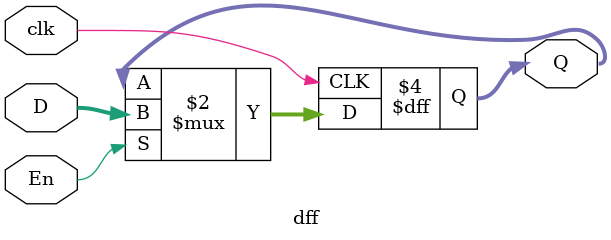
<source format=v>

module dff(
    output reg [31:0] Q,
    input [31:0] D,
    input clk, En
);
    always @(posedge clk)
      if(En)
        Q <= D;
endmodule
</source>
